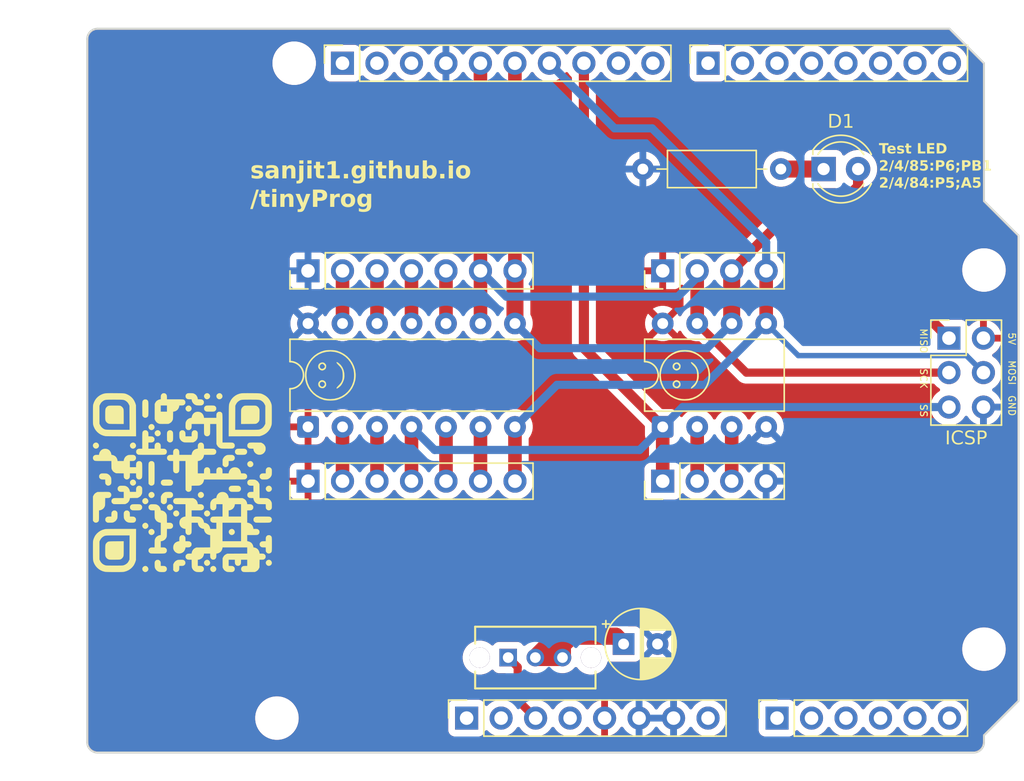
<source format=kicad_pcb>
(kicad_pcb (version 20241229) (generator "pcbnew") (generator_version "9.0")
  (title_block (date "mar. 31 mars 2015"))
  (layers (0 "F.Cu" signal) (2 "B.Cu" signal) (13 "F.Paste" user) (15 "B.Paste" user) (5 "F.SilkS" user "F.Silkscreen") (7 "B.SilkS" user "B.Silkscreen") (1 "F.Mask" user) (3 "B.Mask" user) (25 "Edge.Cuts" user))
  (net 0 "")
  (net 1 "GND")
  (net 3 "+5V")
  (net 4 "/IOREF")
  (net 5 "/A0")
  (net 6 "/A1")
  (net 7 "/A2")
  (net 8 "/A3")
  (net 9 "/SDA{slash}A4")
  (net 10 "/SCL{slash}A5")
  (net 11 "/13")
  (net 12 "/12")
  (net 13 "/AREF")
  (net 14 "/8")
  (net 15 "/7")
  (net 16 "/*11")
  (net 17 "/*10")
  (net 18 "/*9")
  (net 19 "/4")
  (net 20 "/2")
  (net 21 "/*6")
  (net 22 "/*5")
  (net 23 "/TX{slash}1")
  (net 24 "/*3")
  (net 25 "/RX{slash}0")
  (net 26 "+3V3")
  (net 27 "VCC")
  (net 28 "/~{RESET}")
  (net 29 "Net-(C1-Pad1)")
  (net 30 "Net-(D1-K)")
  (net 31 "Net-(J6-Pin_2)")
  (net 32 "Net-(J6-Pin_6)")
  (net 33 "Net-(J6-Pin_3)")
  (net 34 "Net-(J6-Pin_5)")
  (net 35 "Net-(J7-Pin_5)")
  (net 36 "Net-(J7-Pin_3)")
  (net 37 "Net-(J7-Pin_2)")
  (net 38 "Net-(J7-Pin_4)")
  (net 39 "Net-(J8-Pin_3)")
  (net 40 "Net-(J8-Pin_2)")
  (footprint "Connector_PinSocket_2.54mm:PinSocket_1x08_P2.54mm_Vertical" (layer "F.Cu") (at 127.94 97.46 90)
    (property "Reference" "J1" (hide yes))
    (property "Value" "Power")
    (pad "1" thru_hole rect (at 0 0 90) (size 1.7 1.7) (drill 1) (layers "*.Cu" "*.Mask"))
    (pad "2" thru_hole oval (at 0 2.54 90) (size 1.7 1.7) (drill 1) (layers "*.Cu" "*.Mask") (net 4 "/IOREF"))
    (pad "3" thru_hole oval (at 0 5.08 90) (size 1.7 1.7) (drill 1) (layers "*.Cu" "*.Mask") (net 28 "/~{RESET}"))
    (pad "4" thru_hole oval (at 0 7.62 90) (size 1.7 1.7) (drill 1) (layers "*.Cu" "*.Mask") (net 26 "+3V3"))
    (pad "5" thru_hole oval (at 0 10.16 90) (size 1.7 1.7) (drill 1) (layers "*.Cu" "*.Mask") (net 3 "+5V"))
    (pad "6" thru_hole oval (at 0 12.7 90) (size 1.7 1.7) (drill 1) (layers "*.Cu" "*.Mask") (net 1 "GND"))
    (pad "7" thru_hole oval (at 0 15.24 90) (size 1.7 1.7) (drill 1) (layers "*.Cu" "*.Mask") (net 1 "GND"))
    (pad "8" thru_hole oval (at 0 17.78 90) (size 1.7 1.7) (drill 1) (layers "*.Cu" "*.Mask") (net 27 "VCC"))
  )
  (footprint "Connector_PinSocket_2.54mm:PinSocket_1x06_P2.54mm_Vertical" (layer "F.Cu") (at 150.8 97.46 90)
    (property "Reference" "J3" (hide yes))
    (property "Value" "Analog")
    (pad "1" thru_hole rect (at 0 0 90) (size 1.7 1.7) (drill 1) (layers "*.Cu" "*.Mask") (net 5 "/A0"))
    (pad "2" thru_hole oval (at 0 2.54 90) (size 1.7 1.7) (drill 1) (layers "*.Cu" "*.Mask") (net 6 "/A1"))
    (pad "3" thru_hole oval (at 0 5.08 90) (size 1.7 1.7) (drill 1) (layers "*.Cu" "*.Mask") (net 7 "/A2"))
    (pad "4" thru_hole oval (at 0 7.62 90) (size 1.7 1.7) (drill 1) (layers "*.Cu" "*.Mask") (net 8 "/A3"))
    (pad "5" thru_hole oval (at 0 10.16 90) (size 1.7 1.7) (drill 1) (layers "*.Cu" "*.Mask") (net 9 "/SDA{slash}A4"))
    (pad "6" thru_hole oval (at 0 12.7 90) (size 1.7 1.7) (drill 1) (layers "*.Cu" "*.Mask") (net 10 "/SCL{slash}A5"))
  )
  (footprint "Connector_PinSocket_2.54mm:PinSocket_1x10_P2.54mm_Vertical" (layer "F.Cu") (at 118.796 49.2 90)
    (property "Reference" "J2" (hide yes))
    (property "Value" "Digital/PWM")
    (pad "1" thru_hole rect (at 0 0 90) (size 1.7 1.7) (drill 1) (layers "*.Cu" "*.Mask") (net 10 "/SCL{slash}A5"))
    (pad "2" thru_hole oval (at 0 2.54 90) (size 1.7 1.7) (drill 1) (layers "*.Cu" "*.Mask") (net 9 "/SDA{slash}A4"))
    (pad "3" thru_hole oval (at 0 5.08 90) (size 1.7 1.7) (drill 1) (layers "*.Cu" "*.Mask") (net 13 "/AREF"))
    (pad "4" thru_hole oval (at 0 7.62 90) (size 1.7 1.7) (drill 1) (layers "*.Cu" "*.Mask") (net 1 "GND"))
    (pad "5" thru_hole oval (at 0 10.16 90) (size 1.7 1.7) (drill 1) (layers "*.Cu" "*.Mask") (net 11 "/13"))
    (pad "6" thru_hole oval (at 0 12.7 90) (size 1.7 1.7) (drill 1) (layers "*.Cu" "*.Mask") (net 12 "/12"))
    (pad "7" thru_hole oval (at 0 15.24 90) (size 1.7 1.7) (drill 1) (layers "*.Cu" "*.Mask") (net 16 "/*11"))
    (pad "8" thru_hole oval (at 0 17.78 90) (size 1.7 1.7) (drill 1) (layers "*.Cu" "*.Mask") (net 17 "/*10"))
    (pad "9" thru_hole oval (at 0 20.32 90) (size 1.7 1.7) (drill 1) (layers "*.Cu" "*.Mask") (net 18 "/*9"))
    (pad "10" thru_hole oval (at 0 22.86 90) (size 1.7 1.7) (drill 1) (layers "*.Cu" "*.Mask") (net 14 "/8"))
  )
  (footprint "Connector_PinSocket_2.54mm:PinSocket_1x08_P2.54mm_Vertical" (layer "F.Cu") (at 145.72 49.2 90)
    (property "Reference" "J4" (hide yes))
    (property "Value" "Digital/PWM")
    (pad "1" thru_hole rect (at 0 0 90) (size 1.7 1.7) (drill 1) (layers "*.Cu" "*.Mask") (net 15 "/7"))
    (pad "2" thru_hole oval (at 0 2.54 90) (size 1.7 1.7) (drill 1) (layers "*.Cu" "*.Mask") (net 21 "/*6"))
    (pad "3" thru_hole oval (at 0 5.08 90) (size 1.7 1.7) (drill 1) (layers "*.Cu" "*.Mask") (net 22 "/*5"))
    (pad "4" thru_hole oval (at 0 7.62 90) (size 1.7 1.7) (drill 1) (layers "*.Cu" "*.Mask") (net 19 "/4"))
    (pad "5" thru_hole oval (at 0 10.16 90) (size 1.7 1.7) (drill 1) (layers "*.Cu" "*.Mask") (net 24 "/*3"))
    (pad "6" thru_hole oval (at 0 12.7 90) (size 1.7 1.7) (drill 1) (layers "*.Cu" "*.Mask") (net 20 "/2"))
    (pad "7" thru_hole oval (at 0 15.24 90) (size 1.7 1.7) (drill 1) (layers "*.Cu" "*.Mask") (net 23 "/TX{slash}1"))
    (pad "8" thru_hole oval (at 0 17.78 90) (size 1.7 1.7) (drill 1) (layers "*.Cu" "*.Mask") (net 25 "/RX{slash}0"))
  )
  (footprint "Custom Art Exports:Smiley Face" (layer "F.Cu") (at 117.9 72.2 90)
    (property "Reference" "G2" (hide yes))
    (property "Value" "LOGO" (hide yes))
  )
  (footprint "Package_DIP:DIP-14_W7.62mm" (layer "F.Cu") (at 116.26 76 90)
    (property "Reference" "U1" (hide yes))
    (property "Value" "ATtiny84-20P")
    (pad "1" thru_hole roundrect (at 0 0 90) (size 1.6 1.6) (drill 0.8) (layers "*.Cu" "*.Mask") (roundrect_rratio 0.15625) (net 3 "+5V"))
    (pad "2" thru_hole circle (at 0 2.54 90) (size 1.6 1.6) (drill 0.8) (layers "*.Cu" "*.Mask") (net 31 "Net-(J6-Pin_2)"))
    (pad "3" thru_hole circle (at 0 5.08 90) (size 1.6 1.6) (drill 0.8) (layers "*.Cu" "*.Mask") (net 33 "Net-(J6-Pin_3)"))
    (pad "4" thru_hole circle (at 0 7.62 90) (size 1.6 1.6) (drill 0.8) (layers "*.Cu" "*.Mask") (net 17 "/*10"))
    (pad "5" thru_hole circle (at 0 10.16 90) (size 1.6 1.6) (drill 0.8) (layers "*.Cu" "*.Mask") (net 34 "Net-(J6-Pin_5)"))
    (pad "6" thru_hole circle (at 0 12.7 90) (size 1.6 1.6) (drill 0.8) (layers "*.Cu" "*.Mask") (net 32 "Net-(J6-Pin_6)"))
    (pad "7" thru_hole circle (at 0 15.24 90) (size 1.6 1.6) (drill 0.8) (layers "*.Cu" "*.Mask") (net 16 "/*11"))
    (pad "8" thru_hole circle (at 7.62 15.24 90) (size 1.6 1.6) (drill 0.8) (layers "*.Cu" "*.Mask") (net 12 "/12"))
    (pad "9" thru_hole circle (at 7.62 12.7 90) (size 1.6 1.6) (drill 0.8) (layers "*.Cu" "*.Mask") (net 11 "/13"))
    (pad "10" thru_hole circle (at 7.62 10.16 90) (size 1.6 1.6) (drill 0.8) (layers "*.Cu" "*.Mask") (net 35 "Net-(J7-Pin_5)"))
    (pad "11" thru_hole circle (at 7.62 7.62 90) (size 1.6 1.6) (drill 0.8) (layers "*.Cu" "*.Mask") (net 38 "Net-(J7-Pin_4)"))
    (pad "12" thru_hole circle (at 7.62 5.08 90) (size 1.6 1.6) (drill 0.8) (layers "*.Cu" "*.Mask") (net 36 "Net-(J7-Pin_3)"))
    (pad "13" thru_hole circle (at 7.62 2.54 90) (size 1.6 1.6) (drill 0.8) (layers "*.Cu" "*.Mask") (net 37 "Net-(J7-Pin_2)"))
    (pad "14" thru_hole circle (at 7.62 0 90) (size 1.6 1.6) (drill 0.8) (layers "*.Cu" "*.Mask") (net 1 "GND"))
  )
  (footprint "Custom Art Exports:Smiley Face" (layer "F.Cu") (at 144 72.2 90)
    (property "Reference" "G2" (hide yes))
    (property "Value" "LOGO" (hide yes))
  )
  (footprint "Connector_PinHeader_2.54mm:PinHeader_1x07_P2.54mm_Vertical" (layer "F.Cu") (at 116.26 80 90)
    (property "Reference" "J6" (hide yes))
    (property "Value" "Conn_01x07_Pin")
    (pad "1" thru_hole rect (at 0 0 90) (size 1.7 1.7) (drill 1) (layers "*.Cu" "*.Mask") (net 3 "+5V"))
    (pad "2" thru_hole oval (at 0 2.54 90) (size 1.7 1.7) (drill 1) (layers "*.Cu" "*.Mask") (net 31 "Net-(J6-Pin_2)"))
    (pad "3" thru_hole oval (at 0 5.08 90) (size 1.7 1.7) (drill 1) (layers "*.Cu" "*.Mask") (net 33 "Net-(J6-Pin_3)"))
    (pad "4" thru_hole oval (at 0 7.62 90) (size 1.7 1.7) (drill 1) (layers "*.Cu" "*.Mask") (net 17 "/*10"))
    (pad "5" thru_hole oval (at 0 10.16 90) (size 1.7 1.7) (drill 1) (layers "*.Cu" "*.Mask") (net 34 "Net-(J6-Pin_5)"))
    (pad "6" thru_hole oval (at 0 12.7 90) (size 1.7 1.7) (drill 1) (layers "*.Cu" "*.Mask") (net 32 "Net-(J6-Pin_6)"))
    (pad "7" thru_hole oval (at 0 15.24 90) (size 1.7 1.7) (drill 1) (layers "*.Cu" "*.Mask") (net 16 "/*11"))
  )
  (footprint "Package_DIP:DIP-8_W7.62mm" (layer "F.Cu") (at 142.38 76 90)
    (property "Reference" "U2" (hide yes))
    (property "Value" "ATtiny85V-10P")
    (pad "1" thru_hole roundrect (at 0 0 90) (size 1.6 1.6) (drill 0.8) (layers "*.Cu" "*.Mask") (roundrect_rratio 0.15625) (net 17 "/*10"))
    (pad "2" thru_hole circle (at 0 2.54 90) (size 1.6 1.6) (drill 0.8) (layers "*.Cu" "*.Mask") (net 40 "Net-(J8-Pin_2)"))
    (pad "3" thru_hole circle (at 0 5.08 90) (size 1.6 1.6) (drill 0.8) (layers "*.Cu" "*.Mask") (net 39 "Net-(J8-Pin_3)"))
    (pad "4" thru_hole circle (at 0 7.62 90) (size 1.6 1.6) (drill 0.8) (layers "*.Cu" "*.Mask") (net 1 "GND"))
    (pad "5" thru_hole circle (at 7.62 7.62 90) (size 1.6 1.6) (drill 0.8) (layers "*.Cu" "*.Mask") (net 16 "/*11"))
    (pad "6" thru_hole circle (at 7.62 5.08 90) (size 1.6 1.6) (drill 0.8) (layers "*.Cu" "*.Mask") (net 12 "/12"))
    (pad "7" thru_hole circle (at 7.62 2.54 90) (size 1.6 1.6) (drill 0.8) (layers "*.Cu" "*.Mask") (net 11 "/13"))
    (pad "8" thru_hole circle (at 7.62 0 90) (size 1.6 1.6) (drill 0.8) (layers "*.Cu" "*.Mask") (net 3 "+5V"))
  )
  (footprint "Capacitor_THT:CP_Radial_D5.0mm_P2.50mm" (layer "F.Cu") (at 139.5 92)
    (property "Reference" "C1" (hide yes))
    (property "Value" "10u")
    (pad "1" thru_hole rect (at 0 0) (size 1.6 1.6) (drill 0.8) (layers "*.Cu" "*.Mask") (net 29 "Net-(C1-Pad1)"))
    (pad "2" thru_hole circle (at 2.5 0) (size 1.6 1.6) (drill 0.8) (layers "*.Cu" "*.Mask") (net 1 "GND"))
  )
  (footprint "Connector_PinHeader_2.54mm:PinHeader_1x04_P2.54mm_Vertical" (layer "F.Cu") (at 142.38 64.5 90)
    (property "Reference" "J9" (hide yes))
    (property "Value" "Conn_01x04_Pin")
    (pad "1" thru_hole rect (at 0 0 90) (size 1.7 1.7) (drill 1) (layers "*.Cu" "*.Mask") (net 3 "+5V"))
    (pad "2" thru_hole oval (at 0 2.54 90) (size 1.7 1.7) (drill 1) (layers "*.Cu" "*.Mask") (net 11 "/13"))
    (pad "3" thru_hole oval (at 0 5.08 90) (size 1.7 1.7) (drill 1) (layers "*.Cu" "*.Mask") (net 12 "/12"))
    (pad "4" thru_hole oval (at 0 7.62 90) (size 1.7 1.7) (drill 1) (layers "*.Cu" "*.Mask") (net 16 "/*11"))
  )
  (footprint "Connector_PinHeader_2.54mm:PinHeader_1x04_P2.54mm_Vertical" (layer "F.Cu") (at 142.38 80 90)
    (property "Reference" "J8" (hide yes))
    (property "Value" "Conn_01x04_Pin")
    (pad "1" thru_hole rect (at 0 0 90) (size 1.7 1.7) (drill 1) (layers "*.Cu" "*.Mask") (net 17 "/*10"))
    (pad "2" thru_hole oval (at 0 2.54 90) (size 1.7 1.7) (drill 1) (layers "*.Cu" "*.Mask") (net 40 "Net-(J8-Pin_2)"))
    (pad "3" thru_hole oval (at 0 5.08 90) (size 1.7 1.7) (drill 1) (layers "*.Cu" "*.Mask") (net 39 "Net-(J8-Pin_3)"))
    (pad "4" thru_hole oval (at 0 7.62 90) (size 1.7 1.7) (drill 1) (layers "*.Cu" "*.Mask") (net 1 "GND"))
  )
  (footprint "Arduino_MountingHole:MountingHole_3.2mm" (layer "F.Cu") (at 115.24 49.2)
    (property "Reference" "MH1" (hide yes))
    (property "Value" "MountingHole_3.2mm" (hide yes))
    (pad "" np_thru_hole circle (at 0 0) (size 3.2 3.2) (drill 3.2) (layers "*.Cu" "*.Mask"))
  )
  (footprint "Connector_PinHeader_2.54mm:PinHeader_1x07_P2.54mm_Vertical" (layer "F.Cu") (at 116.26 64.5 90)
    (property "Reference" "J7" (hide yes))
    (property "Value" "Conn_01x07_Pin")
    (pad "1" thru_hole rect (at 0 0 90) (size 1.7 1.7) (drill 1) (layers "*.Cu" "*.Mask") (net 1 "GND"))
    (pad "2" thru_hole oval (at 0 2.54 90) (size 1.7 1.7) (drill 1) (layers "*.Cu" "*.Mask") (net 37 "Net-(J7-Pin_2)"))
    (pad "3" thru_hole oval (at 0 5.08 90) (size 1.7 1.7) (drill 1) (layers "*.Cu" "*.Mask") (net 36 "Net-(J7-Pin_3)"))
    (pad "4" thru_hole oval (at 0 7.62 90) (size 1.7 1.7) (drill 1) (layers "*.Cu" "*.Mask") (net 38 "Net-(J7-Pin_4)"))
    (pad "5" thru_hole oval (at 0 10.16 90) (size 1.7 1.7) (drill 1) (layers "*.Cu" "*.Mask") (net 35 "Net-(J7-Pin_5)"))
    (pad "6" thru_hole oval (at 0 12.7 90) (size 1.7 1.7) (drill 1) (layers "*.Cu" "*.Mask") (net 11 "/13"))
    (pad "7" thru_hole oval (at 0 15.24 90) (size 1.7 1.7) (drill 1) (layers "*.Cu" "*.Mask") (net 12 "/12"))
  )
  (footprint "footprints:GithubQR_15" (layer "F.Cu") (at 107 80.1)
    (property "Reference" "G***" (hide yes))
    (property "Value" "LOGO" (hide yes))
  )
  (footprint "LED_THT:LED_D4.0mm" (layer "F.Cu") (at 154.23 57)
    (property "Reference" "D1" (at 1.27 -3.46 0) (layer "F.SilkS"))
    (property "Value" "LED")
    (pad "1" thru_hole rect (at 0 0) (size 1.8 1.8) (drill 0.9) (layers "*.Cu" "*.Mask") (net 30 "Net-(D1-K)"))
    (pad "2" thru_hole circle (at 2.54 0) (size 1.8 1.8) (drill 0.9) (layers "*.Cu" "*.Mask") (net 12 "/12"))
  )
  (footprint "Connector_PinHeader_2.54mm:PinHeader_2x03_P2.54mm_Vertical" (layer "F.Cu") (at 163.46 69.46)
    (property "Reference" "J5" (hide yes))
    (property "Value" "ICSP" (at 1.27 7.41 0) (layer "F.SilkS"))
    (pad "1" thru_hole rect (at 0 0) (size 1.7 1.7) (drill 1) (layers "*.Cu" "*.Mask") (net 12 "/12"))
    (pad "2" thru_hole oval (at 2.54 0) (size 1.7 1.7) (drill 1) (layers "*.Cu" "*.Mask") (net 3 "+5V"))
    (pad "3" thru_hole oval (at 0 2.54) (size 1.7 1.7) (drill 1) (layers "*.Cu" "*.Mask") (net 11 "/13"))
    (pad "4" thru_hole oval (at 2.54 2.54) (size 1.7 1.7) (drill 1) (layers "*.Cu" "*.Mask") (net 16 "/*11"))
    (pad "5" thru_hole oval (at 0 5.08) (size 1.7 1.7) (drill 1) (layers "*.Cu" "*.Mask") (net 17 "/*10"))
    (pad "6" thru_hole oval (at 2.54 5.08) (size 1.7 1.7) (drill 1) (layers "*.Cu" "*.Mask") (net 1 "GND"))
  )
  (footprint "OS102011MS2QN1:SPDT_OS102011_CNK" (layer "F.Cu") (at 131 93 90)
    (property "Reference" "SW1" (hide yes))
    (property "Value" "OS102011MS2QN1")
    (pad "1" thru_hole rect (at 0 0 90) (size 1.2954 1.2954) (drill 0.7874) (layers "*.Cu" "*.Mask") (net 28 "/~{RESET}"))
    (pad "2" thru_hole circle (at 0 2 90) (size 1.2954 1.2954) (drill 0.7874) (layers "*.Cu" "*.Mask") (net 29 "Net-(C1-Pad1)"))
    (pad "3" thru_hole circle (at 0 4.000001 90) (size 1.2954 1.2954) (drill 0.7874) (layers "*.Cu" "*.Mask") (net 29 "Net-(C1-Pad1)"))
    (pad "4" thru_hole circle (at 0 -2.100001 180) (size 1.4986 1.4986) (drill 1.4986) (layers "*.Cu" "*.Mask"))
    (pad "5" thru_hole circle (at 0 6.1 180) (size 1.4986 1.4986) (drill 1.4986) (layers "*.Cu" "*.Mask"))
  )
  (footprint "Arduino_MountingHole:MountingHole_3.2mm" (layer "F.Cu") (at 113.97 97.46)
    (property "Reference" "MH2" (hide yes))
    (property "Value" "MountingHole_3.2mm" (hide yes))
    (pad "" np_thru_hole circle (at 0 0) (size 3.2 3.2) (drill 3.2) (layers "*.Cu" "*.Mask"))
  )
  (footprint "Arduino_MountingHole:MountingHole_3.2mm" (layer "F.Cu") (at 166.04 64.44)
    (property "Reference" "MH3" (hide yes))
    (property "Value" "MountingHole_3.2mm" (hide yes))
    (pad "" np_thru_hole circle (at 0 0) (size 3.2 3.2) (drill 3.2) (layers "*.Cu" "*.Mask"))
  )
  (footprint "Arduino_MountingHole:MountingHole_3.2mm" (layer "F.Cu") (at 166.04 92.38)
    (property "Reference" "MH4" (hide yes))
    (property "Value" "MountingHole_3.2mm" (hide yes))
    (pad "" np_thru_hole circle (at 0 0) (size 3.2 3.2) (drill 3.2) (layers "*.Cu" "*.Mask"))
  )
  (footprint "Resistor_THT:R_Axial_DIN0207_L6.3mm_D2.5mm_P10.16mm_Horizontal" (layer "F.Cu") (at 151.08 57 180)
    (property "Reference" "R1" (hide yes))
    (property "Value" "470R")
    (pad "1" thru_hole circle (at 0 0 180) (size 1.6 1.6) (drill 0.8) (layers "*.Cu" "*.Mask") (net 30 "Net-(D1-K)"))
    (pad "2" thru_hole oval (at 10.16 0 180) (size 1.6 1.6) (drill 0.8) (layers "*.Cu" "*.Mask") (net 1 "GND"))
  )
  (gr_line (start 166.04 59.36) (end 168.58 61.9) (stroke (width 0.15)) (layer "Edge.Cuts"))
  (gr_line (start 100 99.238) (end 100 47.422) (stroke (width 0.15)) (layer "Edge.Cuts"))
  (gr_line (start 168.58 61.9) (end 168.58 96.19) (stroke (width 0.15)) (layer "Edge.Cuts"))
  (gr_line (start 165.278 100) (end 100.762 100) (stroke (width 0.15)) (layer "Edge.Cuts"))
  (gr_line (start 100.762 46.66) (end 163.5 46.66) (stroke (width 0.15)) (layer "Edge.Cuts"))
  (gr_arc (start 100.762 100) (mid 100.223185 99.776815) (end 100 99.238) (stroke (width 0.15)) (layer "Edge.Cuts"))
  (gr_line (start 168.58 96.19) (end 166.04 98.73) (stroke (width 0.15)) (layer "Edge.Cuts"))
  (gr_line (start 163.5 46.66) (end 166.04 49.2) (stroke (width 0.15)) (layer "Edge.Cuts"))
  (gr_arc (start 166.04 99.238) (mid 165.816815 99.776815) (end 165.278 100) (stroke (width 0.15)) (layer "Edge.Cuts"))
  (gr_line (start 166.04 49.2) (end 166.04 59.36) (stroke (width 0.15)) (layer "Edge.Cuts"))
  (gr_line (start 166.04 98.73) (end 166.04 99.238) (stroke (width 0.15)) (layer "Edge.Cuts"))
  (gr_arc (start 100 47.422) (mid 100.223185 46.883185) (end 100.762 46.66) (stroke (width 0.15)) (layer "Edge.Cuts"))
  (gr_text "MISO   SCK   SS\n" (at 161.3 68.7 270) (layer "F.SilkS") (effects (font (size 0.5 0.5) (thickness 0.08)) (justify left bottom)))
  (gr_text "5V   MOSI  GND\n" (at 167.8 69 270) (layer "F.SilkS") (effects (font (size 0.5 0.5) (thickness 0.08)) (justify left bottom)))
  (gr_text "Test LED\n2/4/85:P6;PB1\n2/4/84:P5;A5" (at 158.3 58.5 0) (layer "F.SilkS") (effects (font (size 0.75 0.75) (thickness 0.15) (bold yes)) (justify left bottom)))
  (gr_text "sanjit1.github.io\n/tinyProg" (at 112 60 0) (layer "F.SilkS") (effects (font (size 1.25 1.25) (thickness 0.2) (bold yes)) (justify left bottom)))
  (segment (start 128.956 68.376) (end 128.96 68.38) (width 0.6) (layer "F.Cu") (net 11))
  (segment (start 128.96 64.5) (end 128.96 68.38) (width 1) (layer "F.Cu") (net 11))
  (segment (start 128.956 64.496) (end 128.96 64.5) (width 0.75) (layer "F.Cu") (net 11))
  (segment (start 148.54 72) (end 144.92 68.38) (width 0.6) (layer "F.Cu") (net 11))
  (segment (start 163.46 72) (end 148.54 72) (width 0.6) (layer "F.Cu") (net 11))
  (segment (start 128.956 49.2) (end 128.956 64.496) (width 1) (layer "F.Cu") (net 11))
  (segment (start 144.92 64.5) (end 144.92 68.38) (width 1) (layer "F.Cu") (net 11))
  (segment (start 143.5 66.4) (end 130.86 66.4) (width 0.6) (layer "B.Cu") (net 11))
  (segment (start 144.92 64.5) (end 144.92 64.98) (width 0.6) (layer "B.Cu") (net 11))
  (segment (start 130.86 66.4) (end 128.96 64.5) (width 0.6) (layer "B.Cu") (net 11))
  (segment (start 144.92 64.98) (end 143.5 66.4) (width 0.6) (layer "B.Cu") (net 11))
  (segment (start 156.77 58.272792) (end 154.942792 60.1) (width 0.75) (layer "F.Cu") (net 12))
  (segment (start 131.496 68.376) (end 131.5 68.38) (width 0.6) (layer "F.Cu") (net 12))
  (segment (start 154.942792 60.1) (end 151.86 60.1) (width 0.75) (layer "F.Cu") (net 12))
  (segment (start 156.77 57) (end 156.77 58.272792) (width 0.75) (layer "F.Cu") (net 12))
  (segment (start 151.86 60.1) (end 147.46 64.5) (width 0.75) (layer "F.Cu") (net 12))
  (segment (start 131.5 64.5) (end 131.5 68.38) (width 1.25) (layer "F.Cu") (net 12))
  (segment (start 156.77 62.77) (end 163.46 69.46) (width 0.75) (layer "F.Cu") (net 12))
  (segment (start 131.496 64.496) (end 131.5 64.5) (width 0.75) (layer "F.Cu") (net 12))
  (segment (start 156.77 57) (end 156.77 62.77) (width 0.75) (layer "F.Cu") (net 12))
  (segment (start 131.496 49.2) (end 131.496 64.496) (width 1) (layer "F.Cu") (net 12))
  (segment (start 147.46 64.5) (end 147.46 68.38) (width 1.25) (layer "F.Cu") (net 12))
  (segment (start 133.32 70.2) (end 131.5 68.38) (width 0.6) (layer "B.Cu") (net 12))
  (segment (start 147.46 68.38) (end 145.64 70.2) (width 0.6) (layer "B.Cu") (net 12))
  (segment (start 145.64 70.2) (end 133.32 70.2) (width 0.6) (layer "B.Cu") (net 12))
  (segment (start 131.5 76) (end 131.5 80) (width 1) (layer "F.Cu") (net 16))
  (segment (start 150 64.5) (end 150 68.38) (width 1) (layer "F.Cu") (net 16))
  (segment (start 134.6 72.9) (end 131.5 76) (width 0.6) (layer "B.Cu") (net 16))
  (segment (start 141.6 54) (end 138.836 54) (width 0.6) (layer "B.Cu") (net 16))
  (segment (start 150 68.38) (end 145.48 72.9) (width 0.6) (layer "B.Cu") (net 16))
  (segment (start 138.836 54) (end 134.036 49.2) (width 0.6) (layer "B.Cu") (net 16))
  (segment (start 145.48 72.9) (end 134.6 72.9) (width 0.6) (layer "B.Cu") (net 16))
  (segment (start 152.369 70.749) (end 150 68.38) (width 0.4) (layer "B.Cu") (net 16))
  (segment (start 164.749 70.749) (end 152.369 70.749) (width 0.4) (layer "B.Cu") (net 16))
  (segment (start 150 62.4) (end 141.6 54) (width 0.6) (layer "B.Cu") (net 16))
  (segment (start 150 64.5) (end 150 62.4) (width 0.6) (layer "B.Cu") (net 16))
  (segment (start 166 72) (end 164.749 70.749) (width 0.4) (layer "B.Cu") (net 16))
  (segment (start 136.576 70.196) (end 136.576 49.2) (width 0.75) (layer "F.Cu") (net 17))
  (segment (start 123.88 76) (end 123.88 80) (width 1) (layer "F.Cu") (net 17))
  (segment (start 142.38 76) (end 142.38 80) (width 1) (layer "F.Cu") (net 17))
  (segment (start 142.38 76) (end 136.576 70.196) (width 0.75) (layer "F.Cu") (net 17))
  (segment (start 140.68 77.7) (end 125.58 77.7) (width 0.6) (layer "B.Cu") (net 17))
  (segment (start 142.38 76) (end 140.68 77.7) (width 0.6) (layer "B.Cu") (net 17))
  (segment (start 142.38 76) (end 143.84 74.54) (width 0.6) (layer "B.Cu") (net 17))
  (segment (start 125.58 77.7) (end 123.88 76) (width 0.6) (layer "B.Cu") (net 17))
  (segment (start 143.84 74.54) (end 163.46 74.54) (width 0.6) (layer "B.Cu") (net 17))
  (segment (start 131.7 93.7) (end 131.7 96.14) (width 0.6) (layer "F.Cu") (net 28))
  (segment (start 131 93) (end 131.7 93.7) (width 0.6) (layer "F.Cu") (net 28))
  (segment (start 131.7 96.14) (end 133.02 97.46) (width 0.6) (layer "F.Cu") (net 28))
  (segment (start 134.5753 91.4247) (end 138.9247 91.4247) (width 1.25) (layer "F.Cu") (net 29))
  (segment (start 133 93) (end 135.000001 93) (width 1.25) (layer "F.Cu") (net 29))
  (segment (start 135.000001 93) (end 135.000001 92.084014) (width 1.25) (layer "F.Cu") (net 29))
  (segment (start 135.000001 92.084014) (end 135.659315 91.4247) (width 1.25) (layer "F.Cu") (net 29))
  (segment (start 133 93) (end 134.5753 91.4247) (width 1.25) (layer "F.Cu") (net 29))
  (segment (start 138.9247 91.4247) (end 139.5 92) (width 1.25) (layer "F.Cu") (net 29))
  (segment (start 135.659315 91.4247) (end 138.9247 91.4247) (width 1.25) (layer "F.Cu") (net 29))
  (segment (start 154.23 57) (end 151.08 57) (width 1.25) (layer "F.Cu") (net 30))
  (segment (start 118.8 76) (end 118.8 80) (width 1) (layer "F.Cu") (net 31))
  (segment (start 128.96 76) (end 128.96 80) (width 1) (layer "F.Cu") (net 32))
  (segment (start 121.34 76) (end 121.34 80) (width 1) (layer "F.Cu") (net 33))
  (segment (start 126.42 76) (end 126.42 80) (width 1) (layer "F.Cu") (net 34))
  (segment (start 126.42 64.5) (end 126.42 68.38) (width 1) (layer "F.Cu") (net 35))
  (segment (start 121.34 64.5) (end 121.34 68.38) (width 1) (layer "F.Cu") (net 36))
  (segment (start 118.8 64.5) (end 118.8 68.38) (width 1) (layer "F.Cu") (net 37))
  (segment (start 123.88 64.5) (end 123.88 68.38) (width 1) (layer "F.Cu") (net 38))
  (segment (start 147.46 76) (end 147.46 80) (width 1) (layer "F.Cu") (net 39))
  (segment (start 144.92 76) (end 144.92 80) (width 1) (layer "F.Cu") (net 40))
  (zone (net 3) (net_name "+5V") (layer "F.Cu") (priority 1) (connect_pads (clearance 0.508)) (min_thickness 0.25) (fill yes (thermal_gap 0.5) (thermal_bridge_width 0.5))
    (polygon (pts (xy 99 46) (xy 99 101) (xy 169 101) (xy 169 46)))
  )
  (zone (net 1) (net_name "GND") (layer "B.Cu") (connect_pads (clearance 0.508)) (min_thickness 0.25) (fill yes (thermal_gap 0.5) (thermal_bridge_width 0.5))
    (polygon (pts (xy 99 46) (xy 99 101) (xy 169 101) (xy 169 46)))
  )
)
</source>
